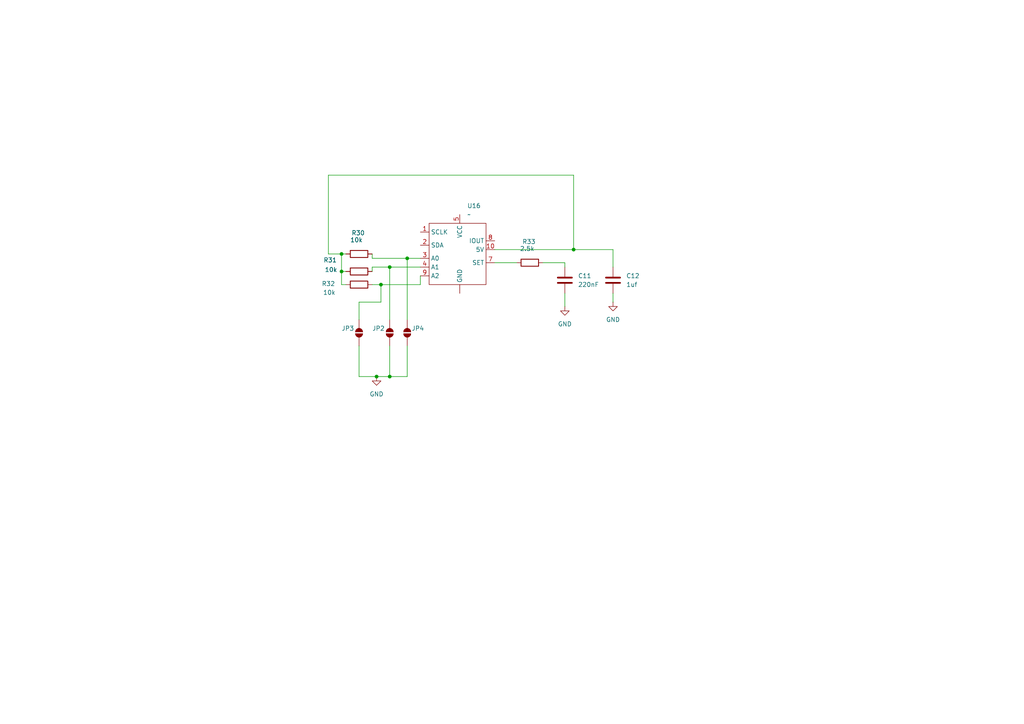
<source format=kicad_sch>
(kicad_sch
	(version 20250114)
	(generator "eeschema")
	(generator_version "9.0")
	(uuid "ec3340e7-832e-4a6e-be2b-cb0c55614c4e")
	(paper "A4")
	(lib_symbols
		(symbol "Device:C"
			(pin_numbers
				(hide yes)
			)
			(pin_names
				(offset 0.254)
			)
			(exclude_from_sim no)
			(in_bom yes)
			(on_board yes)
			(property "Reference" "C"
				(at 0.635 2.54 0)
				(effects
					(font
						(size 1.27 1.27)
					)
					(justify left)
				)
			)
			(property "Value" "C"
				(at 0.635 -2.54 0)
				(effects
					(font
						(size 1.27 1.27)
					)
					(justify left)
				)
			)
			(property "Footprint" ""
				(at 0.9652 -3.81 0)
				(effects
					(font
						(size 1.27 1.27)
					)
					(hide yes)
				)
			)
			(property "Datasheet" "~"
				(at 0 0 0)
				(effects
					(font
						(size 1.27 1.27)
					)
					(hide yes)
				)
			)
			(property "Description" "Unpolarized capacitor"
				(at 0 0 0)
				(effects
					(font
						(size 1.27 1.27)
					)
					(hide yes)
				)
			)
			(property "ki_keywords" "cap capacitor"
				(at 0 0 0)
				(effects
					(font
						(size 1.27 1.27)
					)
					(hide yes)
				)
			)
			(property "ki_fp_filters" "C_*"
				(at 0 0 0)
				(effects
					(font
						(size 1.27 1.27)
					)
					(hide yes)
				)
			)
			(symbol "C_0_1"
				(polyline
					(pts
						(xy -2.032 0.762) (xy 2.032 0.762)
					)
					(stroke
						(width 0.508)
						(type default)
					)
					(fill
						(type none)
					)
				)
				(polyline
					(pts
						(xy -2.032 -0.762) (xy 2.032 -0.762)
					)
					(stroke
						(width 0.508)
						(type default)
					)
					(fill
						(type none)
					)
				)
			)
			(symbol "C_1_1"
				(pin passive line
					(at 0 3.81 270)
					(length 2.794)
					(name "~"
						(effects
							(font
								(size 1.27 1.27)
							)
						)
					)
					(number "1"
						(effects
							(font
								(size 1.27 1.27)
							)
						)
					)
				)
				(pin passive line
					(at 0 -3.81 90)
					(length 2.794)
					(name "~"
						(effects
							(font
								(size 1.27 1.27)
							)
						)
					)
					(number "2"
						(effects
							(font
								(size 1.27 1.27)
							)
						)
					)
				)
			)
			(embedded_fonts no)
		)
		(symbol "Device:R"
			(pin_numbers
				(hide yes)
			)
			(pin_names
				(offset 0)
			)
			(exclude_from_sim no)
			(in_bom yes)
			(on_board yes)
			(property "Reference" "R"
				(at 2.032 0 90)
				(effects
					(font
						(size 1.27 1.27)
					)
				)
			)
			(property "Value" "R"
				(at 0 0 90)
				(effects
					(font
						(size 1.27 1.27)
					)
				)
			)
			(property "Footprint" ""
				(at -1.778 0 90)
				(effects
					(font
						(size 1.27 1.27)
					)
					(hide yes)
				)
			)
			(property "Datasheet" "~"
				(at 0 0 0)
				(effects
					(font
						(size 1.27 1.27)
					)
					(hide yes)
				)
			)
			(property "Description" "Resistor"
				(at 0 0 0)
				(effects
					(font
						(size 1.27 1.27)
					)
					(hide yes)
				)
			)
			(property "ki_keywords" "R res resistor"
				(at 0 0 0)
				(effects
					(font
						(size 1.27 1.27)
					)
					(hide yes)
				)
			)
			(property "ki_fp_filters" "R_*"
				(at 0 0 0)
				(effects
					(font
						(size 1.27 1.27)
					)
					(hide yes)
				)
			)
			(symbol "R_0_1"
				(rectangle
					(start -1.016 -2.54)
					(end 1.016 2.54)
					(stroke
						(width 0.254)
						(type default)
					)
					(fill
						(type none)
					)
				)
			)
			(symbol "R_1_1"
				(pin passive line
					(at 0 3.81 270)
					(length 1.27)
					(name "~"
						(effects
							(font
								(size 1.27 1.27)
							)
						)
					)
					(number "1"
						(effects
							(font
								(size 1.27 1.27)
							)
						)
					)
				)
				(pin passive line
					(at 0 -3.81 90)
					(length 1.27)
					(name "~"
						(effects
							(font
								(size 1.27 1.27)
							)
						)
					)
					(number "2"
						(effects
							(font
								(size 1.27 1.27)
							)
						)
					)
				)
			)
			(embedded_fonts no)
		)
		(symbol "Jumper:SolderJumper_2_Open"
			(pin_numbers
				(hide yes)
			)
			(pin_names
				(offset 0)
				(hide yes)
			)
			(exclude_from_sim no)
			(in_bom no)
			(on_board yes)
			(property "Reference" "JP"
				(at 0 2.032 0)
				(effects
					(font
						(size 1.27 1.27)
					)
				)
			)
			(property "Value" "SolderJumper_2_Open"
				(at 0 -2.54 0)
				(effects
					(font
						(size 1.27 1.27)
					)
				)
			)
			(property "Footprint" ""
				(at 0 0 0)
				(effects
					(font
						(size 1.27 1.27)
					)
					(hide yes)
				)
			)
			(property "Datasheet" "~"
				(at 0 0 0)
				(effects
					(font
						(size 1.27 1.27)
					)
					(hide yes)
				)
			)
			(property "Description" "Solder Jumper, 2-pole, open"
				(at 0 0 0)
				(effects
					(font
						(size 1.27 1.27)
					)
					(hide yes)
				)
			)
			(property "ki_keywords" "solder jumper SPST"
				(at 0 0 0)
				(effects
					(font
						(size 1.27 1.27)
					)
					(hide yes)
				)
			)
			(property "ki_fp_filters" "SolderJumper*Open*"
				(at 0 0 0)
				(effects
					(font
						(size 1.27 1.27)
					)
					(hide yes)
				)
			)
			(symbol "SolderJumper_2_Open_0_1"
				(polyline
					(pts
						(xy -0.254 1.016) (xy -0.254 -1.016)
					)
					(stroke
						(width 0)
						(type default)
					)
					(fill
						(type none)
					)
				)
				(arc
					(start -0.254 -1.016)
					(mid -1.2656 0)
					(end -0.254 1.016)
					(stroke
						(width 0)
						(type default)
					)
					(fill
						(type none)
					)
				)
				(arc
					(start -0.254 -1.016)
					(mid -1.2656 0)
					(end -0.254 1.016)
					(stroke
						(width 0)
						(type default)
					)
					(fill
						(type outline)
					)
				)
				(arc
					(start 0.254 1.016)
					(mid 1.2656 0)
					(end 0.254 -1.016)
					(stroke
						(width 0)
						(type default)
					)
					(fill
						(type none)
					)
				)
				(arc
					(start 0.254 1.016)
					(mid 1.2656 0)
					(end 0.254 -1.016)
					(stroke
						(width 0)
						(type default)
					)
					(fill
						(type outline)
					)
				)
				(polyline
					(pts
						(xy 0.254 1.016) (xy 0.254 -1.016)
					)
					(stroke
						(width 0)
						(type default)
					)
					(fill
						(type none)
					)
				)
			)
			(symbol "SolderJumper_2_Open_1_1"
				(pin passive line
					(at -3.81 0 0)
					(length 2.54)
					(name "A"
						(effects
							(font
								(size 1.27 1.27)
							)
						)
					)
					(number "1"
						(effects
							(font
								(size 1.27 1.27)
							)
						)
					)
				)
				(pin passive line
					(at 3.81 0 180)
					(length 2.54)
					(name "B"
						(effects
							(font
								(size 1.27 1.27)
							)
						)
					)
					(number "2"
						(effects
							(font
								(size 1.27 1.27)
							)
						)
					)
				)
			)
			(embedded_fonts no)
		)
		(symbol "flautolibrery:mA_in"
			(exclude_from_sim no)
			(in_bom yes)
			(on_board yes)
			(property "Reference" "U"
				(at 0 0 0)
				(effects
					(font
						(size 1.27 1.27)
					)
				)
			)
			(property "Value" ""
				(at 0 0 0)
				(effects
					(font
						(size 1.27 1.27)
					)
				)
			)
			(property "Footprint" ""
				(at 0 0 0)
				(effects
					(font
						(size 1.27 1.27)
					)
					(hide yes)
				)
			)
			(property "Datasheet" ""
				(at 0 0 0)
				(effects
					(font
						(size 1.27 1.27)
					)
					(hide yes)
				)
			)
			(property "Description" ""
				(at 0 0 0)
				(effects
					(font
						(size 1.27 1.27)
					)
					(hide yes)
				)
			)
			(symbol "mA_in_0_1"
				(rectangle
					(start 1.27 0)
					(end 17.78 -17.78)
					(stroke
						(width 0)
						(type default)
					)
					(fill
						(type none)
					)
				)
			)
			(symbol "mA_in_1_1"
				(pin input line
					(at -1.27 -2.54 0)
					(length 2.54)
					(name "SCLK"
						(effects
							(font
								(size 1.27 1.27)
							)
						)
					)
					(number "1"
						(effects
							(font
								(size 1.27 1.27)
							)
						)
					)
				)
				(pin input line
					(at -1.27 -6.35 0)
					(length 2.54)
					(name "SDA"
						(effects
							(font
								(size 1.27 1.27)
							)
						)
					)
					(number "2"
						(effects
							(font
								(size 1.27 1.27)
							)
						)
					)
				)
				(pin input line
					(at -1.27 -10.16 0)
					(length 2.54)
					(name "A0"
						(effects
							(font
								(size 1.27 1.27)
							)
						)
					)
					(number "3"
						(effects
							(font
								(size 1.27 1.27)
							)
						)
					)
				)
				(pin input line
					(at -1.27 -12.7 0)
					(length 2.54)
					(name "A1"
						(effects
							(font
								(size 1.27 1.27)
							)
						)
					)
					(number "4"
						(effects
							(font
								(size 1.27 1.27)
							)
						)
					)
				)
				(pin input line
					(at -1.27 -15.24 0)
					(length 2.54)
					(name "A2"
						(effects
							(font
								(size 1.27 1.27)
							)
						)
					)
					(number "9"
						(effects
							(font
								(size 1.27 1.27)
							)
						)
					)
				)
				(pin input line
					(at 10.16 2.54 270)
					(length 2.54)
					(name "VCC"
						(effects
							(font
								(size 1.27 1.27)
							)
						)
					)
					(number "5"
						(effects
							(font
								(size 1.27 1.27)
							)
						)
					)
				)
				(pin input line
					(at 10.16 -20.32 90)
					(length 2.54)
					(name "GND"
						(effects
							(font
								(size 1.27 1.27)
							)
						)
					)
					(number ""
						(effects
							(font
								(size 1.27 1.27)
							)
						)
					)
				)
				(pin input line
					(at 20.32 -5.08 180)
					(length 2.54)
					(name "IOUT"
						(effects
							(font
								(size 1.27 1.27)
							)
						)
					)
					(number "8"
						(effects
							(font
								(size 1.27 1.27)
							)
						)
					)
				)
				(pin input line
					(at 20.32 -7.62 180)
					(length 2.54)
					(name "5V"
						(effects
							(font
								(size 1.27 1.27)
							)
						)
					)
					(number "10"
						(effects
							(font
								(size 1.27 1.27)
							)
						)
					)
				)
				(pin input line
					(at 20.32 -11.43 180)
					(length 2.54)
					(name "SET"
						(effects
							(font
								(size 1.27 1.27)
							)
						)
					)
					(number "7"
						(effects
							(font
								(size 1.27 1.27)
							)
						)
					)
				)
			)
			(embedded_fonts no)
		)
		(symbol "power:GND"
			(power)
			(pin_numbers
				(hide yes)
			)
			(pin_names
				(offset 0)
				(hide yes)
			)
			(exclude_from_sim no)
			(in_bom yes)
			(on_board yes)
			(property "Reference" "#PWR"
				(at 0 -6.35 0)
				(effects
					(font
						(size 1.27 1.27)
					)
					(hide yes)
				)
			)
			(property "Value" "GND"
				(at 0 -3.81 0)
				(effects
					(font
						(size 1.27 1.27)
					)
				)
			)
			(property "Footprint" ""
				(at 0 0 0)
				(effects
					(font
						(size 1.27 1.27)
					)
					(hide yes)
				)
			)
			(property "Datasheet" ""
				(at 0 0 0)
				(effects
					(font
						(size 1.27 1.27)
					)
					(hide yes)
				)
			)
			(property "Description" "Power symbol creates a global label with name \"GND\" , ground"
				(at 0 0 0)
				(effects
					(font
						(size 1.27 1.27)
					)
					(hide yes)
				)
			)
			(property "ki_keywords" "global power"
				(at 0 0 0)
				(effects
					(font
						(size 1.27 1.27)
					)
					(hide yes)
				)
			)
			(symbol "GND_0_1"
				(polyline
					(pts
						(xy 0 0) (xy 0 -1.27) (xy 1.27 -1.27) (xy 0 -2.54) (xy -1.27 -1.27) (xy 0 -1.27)
					)
					(stroke
						(width 0)
						(type default)
					)
					(fill
						(type none)
					)
				)
			)
			(symbol "GND_1_1"
				(pin power_in line
					(at 0 0 270)
					(length 0)
					(name "~"
						(effects
							(font
								(size 1.27 1.27)
							)
						)
					)
					(number "1"
						(effects
							(font
								(size 1.27 1.27)
							)
						)
					)
				)
			)
			(embedded_fonts no)
		)
	)
	(junction
		(at 113.03 109.22)
		(diameter 0)
		(color 0 0 0 0)
		(uuid "0d53b8c0-f10e-4496-ab4f-e70ca37c2910")
	)
	(junction
		(at 99.06 73.66)
		(diameter 0)
		(color 0 0 0 0)
		(uuid "3e209e40-f03a-4a6a-b5ea-e7657e784f7d")
	)
	(junction
		(at 113.03 77.47)
		(diameter 0)
		(color 0 0 0 0)
		(uuid "83193530-820b-4af4-987d-01f8789ae1b0")
	)
	(junction
		(at 109.22 109.22)
		(diameter 0)
		(color 0 0 0 0)
		(uuid "99612b6e-b692-4552-b351-4921e6a3991f")
	)
	(junction
		(at 110.49 82.55)
		(diameter 0)
		(color 0 0 0 0)
		(uuid "b40fb46e-6ad4-4b62-91d3-8f8b2e9c6e48")
	)
	(junction
		(at 166.37 72.39)
		(diameter 0)
		(color 0 0 0 0)
		(uuid "ea95994f-a09f-460a-a005-16f5d4dede49")
	)
	(junction
		(at 99.06 78.74)
		(diameter 0)
		(color 0 0 0 0)
		(uuid "f6735a51-10e9-4f59-b252-f66dea1d0a95")
	)
	(junction
		(at 118.11 74.93)
		(diameter 0)
		(color 0 0 0 0)
		(uuid "f9add72f-0146-44a4-81f9-df14581194a7")
	)
	(wire
		(pts
			(xy 121.92 82.55) (xy 121.92 80.01)
		)
		(stroke
			(width 0)
			(type default)
		)
		(uuid "0f988dbe-3158-4679-a629-6dfeff2c6145")
	)
	(wire
		(pts
			(xy 118.11 100.33) (xy 118.11 109.22)
		)
		(stroke
			(width 0)
			(type default)
		)
		(uuid "11766cfd-1c97-4c5e-8eaa-bd4426e2733b")
	)
	(wire
		(pts
			(xy 99.06 73.66) (xy 99.06 78.74)
		)
		(stroke
			(width 0)
			(type default)
		)
		(uuid "1b9a1038-f67b-4ddd-a89c-249c1cd0c8b7")
	)
	(wire
		(pts
			(xy 118.11 92.71) (xy 118.11 74.93)
		)
		(stroke
			(width 0)
			(type default)
		)
		(uuid "1c8a3f7b-7425-4203-aac6-0cbfa5ca9402")
	)
	(wire
		(pts
			(xy 113.03 100.33) (xy 113.03 109.22)
		)
		(stroke
			(width 0)
			(type default)
		)
		(uuid "1ecadba2-6171-4fb3-b68a-ed7bbaec41ea")
	)
	(wire
		(pts
			(xy 99.06 73.66) (xy 95.25 73.66)
		)
		(stroke
			(width 0)
			(type default)
		)
		(uuid "21e3a376-cacc-4e00-9635-3ceb8e982b09")
	)
	(wire
		(pts
			(xy 100.33 78.74) (xy 99.06 78.74)
		)
		(stroke
			(width 0)
			(type default)
		)
		(uuid "24acdb54-1a86-4ee1-bacc-cc1385fd1a69")
	)
	(wire
		(pts
			(xy 95.25 73.66) (xy 95.25 50.8)
		)
		(stroke
			(width 0)
			(type default)
		)
		(uuid "2b1fde63-3d2f-4086-8e25-65cac7fd8517")
	)
	(wire
		(pts
			(xy 113.03 109.22) (xy 109.22 109.22)
		)
		(stroke
			(width 0)
			(type default)
		)
		(uuid "35dd79be-22ef-40c3-b221-198c6c7fcb12")
	)
	(wire
		(pts
			(xy 163.83 85.09) (xy 163.83 88.9)
		)
		(stroke
			(width 0)
			(type default)
		)
		(uuid "3bd828a2-5c27-4107-b6a5-8e405ad33833")
	)
	(wire
		(pts
			(xy 100.33 73.66) (xy 99.06 73.66)
		)
		(stroke
			(width 0)
			(type default)
		)
		(uuid "4c033198-c01a-4690-a25f-5801635d5d25")
	)
	(wire
		(pts
			(xy 157.48 76.2) (xy 163.83 76.2)
		)
		(stroke
			(width 0)
			(type default)
		)
		(uuid "504107d3-72a4-4f4e-b4c6-53ff62ee5ad3")
	)
	(wire
		(pts
			(xy 100.33 82.55) (xy 99.06 82.55)
		)
		(stroke
			(width 0)
			(type default)
		)
		(uuid "5670b426-4140-48a3-a9f2-12dfea1fbf90")
	)
	(wire
		(pts
			(xy 104.14 87.63) (xy 110.49 87.63)
		)
		(stroke
			(width 0)
			(type default)
		)
		(uuid "634a4eab-9faf-4a2f-b6cf-e14d0a33e00a")
	)
	(wire
		(pts
			(xy 118.11 74.93) (xy 121.92 74.93)
		)
		(stroke
			(width 0)
			(type default)
		)
		(uuid "6735459a-26ff-4e3e-984c-333174081ef9")
	)
	(wire
		(pts
			(xy 107.95 74.93) (xy 118.11 74.93)
		)
		(stroke
			(width 0)
			(type default)
		)
		(uuid "68230e32-df37-4de0-ad5c-9f244922b314")
	)
	(wire
		(pts
			(xy 104.14 100.33) (xy 104.14 109.22)
		)
		(stroke
			(width 0)
			(type default)
		)
		(uuid "7733e7f3-da4c-4b7b-9858-6fdc424c6dfc")
	)
	(wire
		(pts
			(xy 166.37 72.39) (xy 143.51 72.39)
		)
		(stroke
			(width 0)
			(type default)
		)
		(uuid "80966a2c-179a-43ba-9fbd-1e048fa830f0")
	)
	(wire
		(pts
			(xy 107.95 74.93) (xy 107.95 73.66)
		)
		(stroke
			(width 0)
			(type default)
		)
		(uuid "9356d2c3-e5b0-454f-ba53-aff5ff4bca46")
	)
	(wire
		(pts
			(xy 113.03 77.47) (xy 121.92 77.47)
		)
		(stroke
			(width 0)
			(type default)
		)
		(uuid "9bccf93f-d5ba-4106-bb7a-c248e5fb0b7f")
	)
	(wire
		(pts
			(xy 177.8 85.09) (xy 177.8 87.63)
		)
		(stroke
			(width 0)
			(type default)
		)
		(uuid "a7a99198-045c-440b-a724-1eef54bb255a")
	)
	(wire
		(pts
			(xy 99.06 82.55) (xy 99.06 78.74)
		)
		(stroke
			(width 0)
			(type default)
		)
		(uuid "a920135c-37f0-43e8-ae80-4324bad5ed36")
	)
	(wire
		(pts
			(xy 95.25 50.8) (xy 166.37 50.8)
		)
		(stroke
			(width 0)
			(type default)
		)
		(uuid "acdd31fb-85c3-46b7-af35-7edc6df40fae")
	)
	(wire
		(pts
			(xy 104.14 109.22) (xy 109.22 109.22)
		)
		(stroke
			(width 0)
			(type default)
		)
		(uuid "b47b36bc-0b6d-47be-8e41-b0da8cb0456c")
	)
	(wire
		(pts
			(xy 163.83 76.2) (xy 163.83 77.47)
		)
		(stroke
			(width 0)
			(type default)
		)
		(uuid "bb04bfe6-a3b4-4581-8bae-f14fedd804ef")
	)
	(wire
		(pts
			(xy 113.03 92.71) (xy 113.03 77.47)
		)
		(stroke
			(width 0)
			(type default)
		)
		(uuid "bedca900-96cf-441b-9eb5-a0364ec3f910")
	)
	(wire
		(pts
			(xy 107.95 82.55) (xy 110.49 82.55)
		)
		(stroke
			(width 0)
			(type default)
		)
		(uuid "c2166d52-f971-4371-bce7-caaaca60b650")
	)
	(wire
		(pts
			(xy 110.49 87.63) (xy 110.49 82.55)
		)
		(stroke
			(width 0)
			(type default)
		)
		(uuid "cb9e0ad8-2388-4965-9a99-3051ccd92e8c")
	)
	(wire
		(pts
			(xy 166.37 50.8) (xy 166.37 72.39)
		)
		(stroke
			(width 0)
			(type default)
		)
		(uuid "ce9218e3-c895-44c9-ab93-176dddeca4b1")
	)
	(wire
		(pts
			(xy 118.11 109.22) (xy 113.03 109.22)
		)
		(stroke
			(width 0)
			(type default)
		)
		(uuid "d54e5e44-d5b3-42fe-81d9-a73e5dde1ca5")
	)
	(wire
		(pts
			(xy 107.95 77.47) (xy 107.95 78.74)
		)
		(stroke
			(width 0)
			(type default)
		)
		(uuid "d6e09434-821d-4bf3-9f17-19f1f006bc21")
	)
	(wire
		(pts
			(xy 107.95 77.47) (xy 113.03 77.47)
		)
		(stroke
			(width 0)
			(type default)
		)
		(uuid "de880148-4b4a-4ad8-bf2e-87433a1f08a1")
	)
	(wire
		(pts
			(xy 177.8 72.39) (xy 166.37 72.39)
		)
		(stroke
			(width 0)
			(type default)
		)
		(uuid "e751748d-927c-4730-ade4-7108967841d4")
	)
	(wire
		(pts
			(xy 104.14 92.71) (xy 104.14 87.63)
		)
		(stroke
			(width 0)
			(type default)
		)
		(uuid "ead34388-6d91-4738-a039-45fabd2f3616")
	)
	(wire
		(pts
			(xy 110.49 82.55) (xy 121.92 82.55)
		)
		(stroke
			(width 0)
			(type default)
		)
		(uuid "ed1721c7-0432-419a-9680-6e4d9ee9e873")
	)
	(wire
		(pts
			(xy 177.8 72.39) (xy 177.8 77.47)
		)
		(stroke
			(width 0)
			(type default)
		)
		(uuid "fbbbdd5d-5f4a-4925-83d3-d16265837150")
	)
	(wire
		(pts
			(xy 143.51 76.2) (xy 149.86 76.2)
		)
		(stroke
			(width 0)
			(type default)
		)
		(uuid "fca9cc11-3402-457d-9282-21bbf5f39fb6")
	)
	(symbol
		(lib_id "power:GND")
		(at 177.8 87.63 0)
		(unit 1)
		(exclude_from_sim no)
		(in_bom yes)
		(on_board yes)
		(dnp no)
		(fields_autoplaced yes)
		(uuid "1acbc532-123d-49be-84ad-990606d94c72")
		(property "Reference" "#PWR064"
			(at 177.8 93.98 0)
			(effects
				(font
					(size 1.27 1.27)
				)
				(hide yes)
			)
		)
		(property "Value" "GND"
			(at 177.8 92.71 0)
			(effects
				(font
					(size 1.27 1.27)
				)
			)
		)
		(property "Footprint" ""
			(at 177.8 87.63 0)
			(effects
				(font
					(size 1.27 1.27)
				)
				(hide yes)
			)
		)
		(property "Datasheet" ""
			(at 177.8 87.63 0)
			(effects
				(font
					(size 1.27 1.27)
				)
				(hide yes)
			)
		)
		(property "Description" "Power symbol creates a global label with name \"GND\" , ground"
			(at 177.8 87.63 0)
			(effects
				(font
					(size 1.27 1.27)
				)
				(hide yes)
			)
		)
		(pin "1"
			(uuid "4c9d9ae9-2480-415c-92d3-c144cebabd1b")
		)
		(instances
			(project "NIVARA PROJECT"
				(path "/dc6fb271-dfd0-4448-98f1-862b1cc93a80/2ca62569-d560-4cca-9470-52fd378086ae/913cb355-9a48-4e82-90ff-81877341ca56"
					(reference "#PWR064")
					(unit 1)
				)
			)
		)
	)
	(symbol
		(lib_id "Jumper:SolderJumper_2_Open")
		(at 104.14 96.52 90)
		(unit 1)
		(exclude_from_sim no)
		(in_bom no)
		(on_board yes)
		(dnp no)
		(uuid "22daffd1-b846-41af-9b9b-b3f0fa02674b")
		(property "Reference" "JP3"
			(at 99.06 95.25 90)
			(effects
				(font
					(size 1.27 1.27)
				)
				(justify right)
			)
		)
		(property "Value" "SolderJumper_2_Open"
			(at 106.68 97.7899 90)
			(effects
				(font
					(size 1.27 1.27)
				)
				(justify right)
				(hide yes)
			)
		)
		(property "Footprint" ""
			(at 104.14 96.52 0)
			(effects
				(font
					(size 1.27 1.27)
				)
				(hide yes)
			)
		)
		(property "Datasheet" "~"
			(at 104.14 96.52 0)
			(effects
				(font
					(size 1.27 1.27)
				)
				(hide yes)
			)
		)
		(property "Description" "Solder Jumper, 2-pole, open"
			(at 104.14 96.52 0)
			(effects
				(font
					(size 1.27 1.27)
				)
				(hide yes)
			)
		)
		(pin "1"
			(uuid "c08637d0-acd3-4f45-a37b-a0fed5476216")
		)
		(pin "2"
			(uuid "e1724823-8f27-417b-acb7-6548523b9162")
		)
		(instances
			(project "NIVARA PROJECT"
				(path "/dc6fb271-dfd0-4448-98f1-862b1cc93a80/2ca62569-d560-4cca-9470-52fd378086ae/913cb355-9a48-4e82-90ff-81877341ca56"
					(reference "JP3")
					(unit 1)
				)
			)
		)
	)
	(symbol
		(lib_id "Device:C")
		(at 177.8 81.28 0)
		(unit 1)
		(exclude_from_sim no)
		(in_bom yes)
		(on_board yes)
		(dnp no)
		(fields_autoplaced yes)
		(uuid "265b3487-5c62-42f8-a614-d152f4d628de")
		(property "Reference" "C12"
			(at 181.61 80.0099 0)
			(effects
				(font
					(size 1.27 1.27)
				)
				(justify left)
			)
		)
		(property "Value" "1uf"
			(at 181.61 82.5499 0)
			(effects
				(font
					(size 1.27 1.27)
				)
				(justify left)
			)
		)
		(property "Footprint" ""
			(at 178.7652 85.09 0)
			(effects
				(font
					(size 1.27 1.27)
				)
				(hide yes)
			)
		)
		(property "Datasheet" "~"
			(at 177.8 81.28 0)
			(effects
				(font
					(size 1.27 1.27)
				)
				(hide yes)
			)
		)
		(property "Description" "Unpolarized capacitor"
			(at 177.8 81.28 0)
			(effects
				(font
					(size 1.27 1.27)
				)
				(hide yes)
			)
		)
		(pin "2"
			(uuid "1c985172-fa01-4d2f-ab62-e94b91b85256")
		)
		(pin "1"
			(uuid "ffc32d8e-0eb8-4ad2-aaa6-0c8f1aca9f32")
		)
		(instances
			(project "NIVARA PROJECT"
				(path "/dc6fb271-dfd0-4448-98f1-862b1cc93a80/2ca62569-d560-4cca-9470-52fd378086ae/913cb355-9a48-4e82-90ff-81877341ca56"
					(reference "C12")
					(unit 1)
				)
			)
		)
	)
	(symbol
		(lib_id "Device:R")
		(at 104.14 82.55 90)
		(unit 1)
		(exclude_from_sim no)
		(in_bom yes)
		(on_board yes)
		(dnp no)
		(uuid "35c063b3-2806-40ae-a5ca-012e03592867")
		(property "Reference" "R32"
			(at 95.25 82.296 90)
			(effects
				(font
					(size 1.27 1.27)
				)
			)
		)
		(property "Value" "10k"
			(at 95.504 84.836 90)
			(effects
				(font
					(size 1.27 1.27)
				)
			)
		)
		(property "Footprint" ""
			(at 104.14 84.328 90)
			(effects
				(font
					(size 1.27 1.27)
				)
				(hide yes)
			)
		)
		(property "Datasheet" "~"
			(at 104.14 82.55 0)
			(effects
				(font
					(size 1.27 1.27)
				)
				(hide yes)
			)
		)
		(property "Description" "Resistor"
			(at 104.14 82.55 0)
			(effects
				(font
					(size 1.27 1.27)
				)
				(hide yes)
			)
		)
		(pin "2"
			(uuid "264e6077-def5-4e16-bc31-42e8acec2018")
		)
		(pin "1"
			(uuid "b6ce99e7-a53d-43d6-b789-51fabbe8d8a2")
		)
		(instances
			(project "NIVARA PROJECT"
				(path "/dc6fb271-dfd0-4448-98f1-862b1cc93a80/2ca62569-d560-4cca-9470-52fd378086ae/913cb355-9a48-4e82-90ff-81877341ca56"
					(reference "R32")
					(unit 1)
				)
			)
		)
	)
	(symbol
		(lib_id "flautolibrery:mA_in")
		(at 123.19 64.77 0)
		(unit 1)
		(exclude_from_sim no)
		(in_bom yes)
		(on_board yes)
		(dnp no)
		(fields_autoplaced yes)
		(uuid "3efff2e2-cd68-4908-a075-d80e44377bc4")
		(property "Reference" "U16"
			(at 135.4933 59.69 0)
			(effects
				(font
					(size 1.27 1.27)
				)
				(justify left)
			)
		)
		(property "Value" "~"
			(at 135.4933 62.23 0)
			(effects
				(font
					(size 1.27 1.27)
				)
				(justify left)
			)
		)
		(property "Footprint" ""
			(at 123.19 64.77 0)
			(effects
				(font
					(size 1.27 1.27)
				)
				(hide yes)
			)
		)
		(property "Datasheet" ""
			(at 123.19 64.77 0)
			(effects
				(font
					(size 1.27 1.27)
				)
				(hide yes)
			)
		)
		(property "Description" ""
			(at 123.19 64.77 0)
			(effects
				(font
					(size 1.27 1.27)
				)
				(hide yes)
			)
		)
		(pin "10"
			(uuid "8a6331a4-921a-4f2c-ac74-7e6d7a5e42d4")
		)
		(pin "7"
			(uuid "4a16f7db-bfca-403a-81a7-db1c33d87e75")
		)
		(pin "5"
			(uuid "048c2d1c-ad55-4045-832c-9133627ec897")
		)
		(pin ""
			(uuid "38e09426-d6fa-4a94-b1bd-ce1d9a7a845e")
		)
		(pin "3"
			(uuid "5e99b8f9-cc58-4b28-bb9d-13a89e36f800")
		)
		(pin "1"
			(uuid "aaf13f35-e627-4de8-86b3-9efc89dc0ee0")
		)
		(pin "4"
			(uuid "4fbcc651-f8f0-410a-81e5-6445e31333eb")
		)
		(pin "2"
			(uuid "110e71e6-f56d-453c-bd4e-72b63fc41c08")
		)
		(pin "9"
			(uuid "25510314-1f53-48cd-8cea-5caf7ee79c08")
		)
		(pin "8"
			(uuid "8a499658-2610-4866-a609-cb23a49e091b")
		)
		(instances
			(project ""
				(path "/dc6fb271-dfd0-4448-98f1-862b1cc93a80/2ca62569-d560-4cca-9470-52fd378086ae/913cb355-9a48-4e82-90ff-81877341ca56"
					(reference "U16")
					(unit 1)
				)
			)
		)
	)
	(symbol
		(lib_id "Device:R")
		(at 153.67 76.2 90)
		(unit 1)
		(exclude_from_sim no)
		(in_bom yes)
		(on_board yes)
		(dnp no)
		(uuid "537574f7-e51f-439e-b69b-0ddefa276c2c")
		(property "Reference" "R33"
			(at 153.416 70.104 90)
			(effects
				(font
					(size 1.27 1.27)
				)
			)
		)
		(property "Value" "2.5k"
			(at 152.908 72.136 90)
			(effects
				(font
					(size 1.27 1.27)
				)
			)
		)
		(property "Footprint" ""
			(at 153.67 77.978 90)
			(effects
				(font
					(size 1.27 1.27)
				)
				(hide yes)
			)
		)
		(property "Datasheet" "~"
			(at 153.67 76.2 0)
			(effects
				(font
					(size 1.27 1.27)
				)
				(hide yes)
			)
		)
		(property "Description" "Resistor"
			(at 153.67 76.2 0)
			(effects
				(font
					(size 1.27 1.27)
				)
				(hide yes)
			)
		)
		(pin "2"
			(uuid "577acd9b-a5d3-409e-ac62-9c4bfa692379")
		)
		(pin "1"
			(uuid "b53e3362-e66b-4178-a435-0d2b1a171766")
		)
		(instances
			(project "NIVARA PROJECT"
				(path "/dc6fb271-dfd0-4448-98f1-862b1cc93a80/2ca62569-d560-4cca-9470-52fd378086ae/913cb355-9a48-4e82-90ff-81877341ca56"
					(reference "R33")
					(unit 1)
				)
			)
		)
	)
	(symbol
		(lib_id "Device:C")
		(at 163.83 81.28 0)
		(unit 1)
		(exclude_from_sim no)
		(in_bom yes)
		(on_board yes)
		(dnp no)
		(fields_autoplaced yes)
		(uuid "8091acf4-d4d1-4afa-a318-760f89c6b7e8")
		(property "Reference" "C11"
			(at 167.64 80.0099 0)
			(effects
				(font
					(size 1.27 1.27)
				)
				(justify left)
			)
		)
		(property "Value" "220nF"
			(at 167.64 82.5499 0)
			(effects
				(font
					(size 1.27 1.27)
				)
				(justify left)
			)
		)
		(property "Footprint" ""
			(at 164.7952 85.09 0)
			(effects
				(font
					(size 1.27 1.27)
				)
				(hide yes)
			)
		)
		(property "Datasheet" "~"
			(at 163.83 81.28 0)
			(effects
				(font
					(size 1.27 1.27)
				)
				(hide yes)
			)
		)
		(property "Description" "Unpolarized capacitor"
			(at 163.83 81.28 0)
			(effects
				(font
					(size 1.27 1.27)
				)
				(hide yes)
			)
		)
		(pin "2"
			(uuid "d9f45231-e9a0-4d36-9aa2-c90f8844cb00")
		)
		(pin "1"
			(uuid "d8d11b9d-2f39-4c15-a73a-cc1b3ecd47a0")
		)
		(instances
			(project ""
				(path "/dc6fb271-dfd0-4448-98f1-862b1cc93a80/2ca62569-d560-4cca-9470-52fd378086ae/913cb355-9a48-4e82-90ff-81877341ca56"
					(reference "C11")
					(unit 1)
				)
			)
		)
	)
	(symbol
		(lib_id "Jumper:SolderJumper_2_Open")
		(at 118.11 96.52 90)
		(unit 1)
		(exclude_from_sim no)
		(in_bom no)
		(on_board yes)
		(dnp no)
		(uuid "8a4b8e75-d0f4-4be0-8570-8bf5389d3dab")
		(property "Reference" "JP4"
			(at 119.38 95.25 90)
			(effects
				(font
					(size 1.27 1.27)
				)
				(justify right)
			)
		)
		(property "Value" "SolderJumper_2_Open"
			(at 120.65 97.7899 90)
			(effects
				(font
					(size 1.27 1.27)
				)
				(justify right)
				(hide yes)
			)
		)
		(property "Footprint" ""
			(at 118.11 96.52 0)
			(effects
				(font
					(size 1.27 1.27)
				)
				(hide yes)
			)
		)
		(property "Datasheet" "~"
			(at 118.11 96.52 0)
			(effects
				(font
					(size 1.27 1.27)
				)
				(hide yes)
			)
		)
		(property "Description" "Solder Jumper, 2-pole, open"
			(at 118.11 96.52 0)
			(effects
				(font
					(size 1.27 1.27)
				)
				(hide yes)
			)
		)
		(pin "1"
			(uuid "b9837641-9906-4a47-a20c-02bef32f6f4f")
		)
		(pin "2"
			(uuid "2c2e7515-0aa3-407b-849a-23ab93cca7b7")
		)
		(instances
			(project "NIVARA PROJECT"
				(path "/dc6fb271-dfd0-4448-98f1-862b1cc93a80/2ca62569-d560-4cca-9470-52fd378086ae/913cb355-9a48-4e82-90ff-81877341ca56"
					(reference "JP4")
					(unit 1)
				)
			)
		)
	)
	(symbol
		(lib_id "power:GND")
		(at 109.22 109.22 0)
		(unit 1)
		(exclude_from_sim no)
		(in_bom yes)
		(on_board yes)
		(dnp no)
		(fields_autoplaced yes)
		(uuid "9511875d-d305-4403-9de7-9e4fafc7f636")
		(property "Reference" "#PWR065"
			(at 109.22 115.57 0)
			(effects
				(font
					(size 1.27 1.27)
				)
				(hide yes)
			)
		)
		(property "Value" "GND"
			(at 109.22 114.3 0)
			(effects
				(font
					(size 1.27 1.27)
				)
			)
		)
		(property "Footprint" ""
			(at 109.22 109.22 0)
			(effects
				(font
					(size 1.27 1.27)
				)
				(hide yes)
			)
		)
		(property "Datasheet" ""
			(at 109.22 109.22 0)
			(effects
				(font
					(size 1.27 1.27)
				)
				(hide yes)
			)
		)
		(property "Description" "Power symbol creates a global label with name \"GND\" , ground"
			(at 109.22 109.22 0)
			(effects
				(font
					(size 1.27 1.27)
				)
				(hide yes)
			)
		)
		(pin "1"
			(uuid "d42ec4fb-887a-4fa7-a4fb-ee0d50774418")
		)
		(instances
			(project "NIVARA PROJECT"
				(path "/dc6fb271-dfd0-4448-98f1-862b1cc93a80/2ca62569-d560-4cca-9470-52fd378086ae/913cb355-9a48-4e82-90ff-81877341ca56"
					(reference "#PWR065")
					(unit 1)
				)
			)
		)
	)
	(symbol
		(lib_id "Device:R")
		(at 104.14 78.74 90)
		(unit 1)
		(exclude_from_sim no)
		(in_bom yes)
		(on_board yes)
		(dnp no)
		(uuid "9ef68a0c-402a-4442-aeca-77cda794c12b")
		(property "Reference" "R31"
			(at 95.758 75.438 90)
			(effects
				(font
					(size 1.27 1.27)
				)
			)
		)
		(property "Value" "10k"
			(at 96.012 78.232 90)
			(effects
				(font
					(size 1.27 1.27)
				)
			)
		)
		(property "Footprint" ""
			(at 104.14 80.518 90)
			(effects
				(font
					(size 1.27 1.27)
				)
				(hide yes)
			)
		)
		(property "Datasheet" "~"
			(at 104.14 78.74 0)
			(effects
				(font
					(size 1.27 1.27)
				)
				(hide yes)
			)
		)
		(property "Description" "Resistor"
			(at 104.14 78.74 0)
			(effects
				(font
					(size 1.27 1.27)
				)
				(hide yes)
			)
		)
		(pin "2"
			(uuid "245414eb-5c4d-42f1-a603-fe9d977ef51a")
		)
		(pin "1"
			(uuid "5a8d8faf-336e-4ae9-adc4-6644066c4687")
		)
		(instances
			(project "NIVARA PROJECT"
				(path "/dc6fb271-dfd0-4448-98f1-862b1cc93a80/2ca62569-d560-4cca-9470-52fd378086ae/913cb355-9a48-4e82-90ff-81877341ca56"
					(reference "R31")
					(unit 1)
				)
			)
		)
	)
	(symbol
		(lib_id "Device:R")
		(at 104.14 73.66 90)
		(unit 1)
		(exclude_from_sim no)
		(in_bom yes)
		(on_board yes)
		(dnp no)
		(uuid "cdea73ec-e354-4615-89f7-5d7599b62edf")
		(property "Reference" "R30"
			(at 103.886 67.564 90)
			(effects
				(font
					(size 1.27 1.27)
				)
			)
		)
		(property "Value" "10k"
			(at 103.378 69.596 90)
			(effects
				(font
					(size 1.27 1.27)
				)
			)
		)
		(property "Footprint" ""
			(at 104.14 75.438 90)
			(effects
				(font
					(size 1.27 1.27)
				)
				(hide yes)
			)
		)
		(property "Datasheet" "~"
			(at 104.14 73.66 0)
			(effects
				(font
					(size 1.27 1.27)
				)
				(hide yes)
			)
		)
		(property "Description" "Resistor"
			(at 104.14 73.66 0)
			(effects
				(font
					(size 1.27 1.27)
				)
				(hide yes)
			)
		)
		(pin "2"
			(uuid "432eb478-0b07-4990-9340-ce488079b683")
		)
		(pin "1"
			(uuid "0919e06d-7b5e-4aa8-a864-7ecc1a6792b7")
		)
		(instances
			(project ""
				(path "/dc6fb271-dfd0-4448-98f1-862b1cc93a80/2ca62569-d560-4cca-9470-52fd378086ae/913cb355-9a48-4e82-90ff-81877341ca56"
					(reference "R30")
					(unit 1)
				)
			)
		)
	)
	(symbol
		(lib_id "power:GND")
		(at 163.83 88.9 0)
		(unit 1)
		(exclude_from_sim no)
		(in_bom yes)
		(on_board yes)
		(dnp no)
		(fields_autoplaced yes)
		(uuid "da51e8e1-9fd2-40be-87e8-b0b9e96cb3c2")
		(property "Reference" "#PWR063"
			(at 163.83 95.25 0)
			(effects
				(font
					(size 1.27 1.27)
				)
				(hide yes)
			)
		)
		(property "Value" "GND"
			(at 163.83 93.98 0)
			(effects
				(font
					(size 1.27 1.27)
				)
			)
		)
		(property "Footprint" ""
			(at 163.83 88.9 0)
			(effects
				(font
					(size 1.27 1.27)
				)
				(hide yes)
			)
		)
		(property "Datasheet" ""
			(at 163.83 88.9 0)
			(effects
				(font
					(size 1.27 1.27)
				)
				(hide yes)
			)
		)
		(property "Description" "Power symbol creates a global label with name \"GND\" , ground"
			(at 163.83 88.9 0)
			(effects
				(font
					(size 1.27 1.27)
				)
				(hide yes)
			)
		)
		(pin "1"
			(uuid "d3cbf672-1019-49d3-b77b-3067be9e7074")
		)
		(instances
			(project ""
				(path "/dc6fb271-dfd0-4448-98f1-862b1cc93a80/2ca62569-d560-4cca-9470-52fd378086ae/913cb355-9a48-4e82-90ff-81877341ca56"
					(reference "#PWR063")
					(unit 1)
				)
			)
		)
	)
	(symbol
		(lib_id "Jumper:SolderJumper_2_Open")
		(at 113.03 96.52 90)
		(unit 1)
		(exclude_from_sim no)
		(in_bom no)
		(on_board yes)
		(dnp no)
		(uuid "dbfb9776-05eb-4508-bfed-27be675bd858")
		(property "Reference" "JP2"
			(at 107.95 95.25 90)
			(effects
				(font
					(size 1.27 1.27)
				)
				(justify right)
			)
		)
		(property "Value" "SolderJumper_2_Open"
			(at 115.57 97.7899 90)
			(effects
				(font
					(size 1.27 1.27)
				)
				(justify right)
				(hide yes)
			)
		)
		(property "Footprint" ""
			(at 113.03 96.52 0)
			(effects
				(font
					(size 1.27 1.27)
				)
				(hide yes)
			)
		)
		(property "Datasheet" "~"
			(at 113.03 96.52 0)
			(effects
				(font
					(size 1.27 1.27)
				)
				(hide yes)
			)
		)
		(property "Description" "Solder Jumper, 2-pole, open"
			(at 113.03 96.52 0)
			(effects
				(font
					(size 1.27 1.27)
				)
				(hide yes)
			)
		)
		(pin "1"
			(uuid "19015e38-5773-47cc-a5d4-8992d2a3504b")
		)
		(pin "2"
			(uuid "603be4a3-5cae-414d-8624-502ef4873ebc")
		)
		(instances
			(project "NIVARA PROJECT"
				(path "/dc6fb271-dfd0-4448-98f1-862b1cc93a80/2ca62569-d560-4cca-9470-52fd378086ae/913cb355-9a48-4e82-90ff-81877341ca56"
					(reference "JP2")
					(unit 1)
				)
			)
		)
	)
)

</source>
